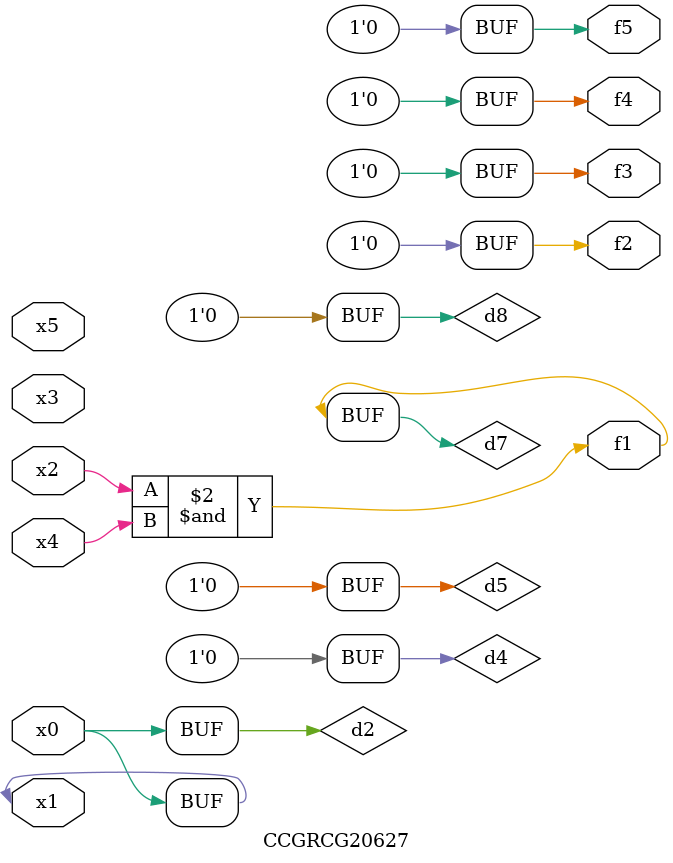
<source format=v>
module CCGRCG20627(
	input x0, x1, x2, x3, x4, x5,
	output f1, f2, f3, f4, f5
);

	wire d1, d2, d3, d4, d5, d6, d7, d8, d9;

	nand (d1, x1);
	buf (d2, x0, x1);
	nand (d3, x2, x4);
	and (d4, d1, d2);
	and (d5, d1, d2);
	nand (d6, d1, d3);
	not (d7, d3);
	xor (d8, d5);
	nor (d9, d5, d6);
	assign f1 = d7;
	assign f2 = d8;
	assign f3 = d8;
	assign f4 = d8;
	assign f5 = d8;
endmodule

</source>
